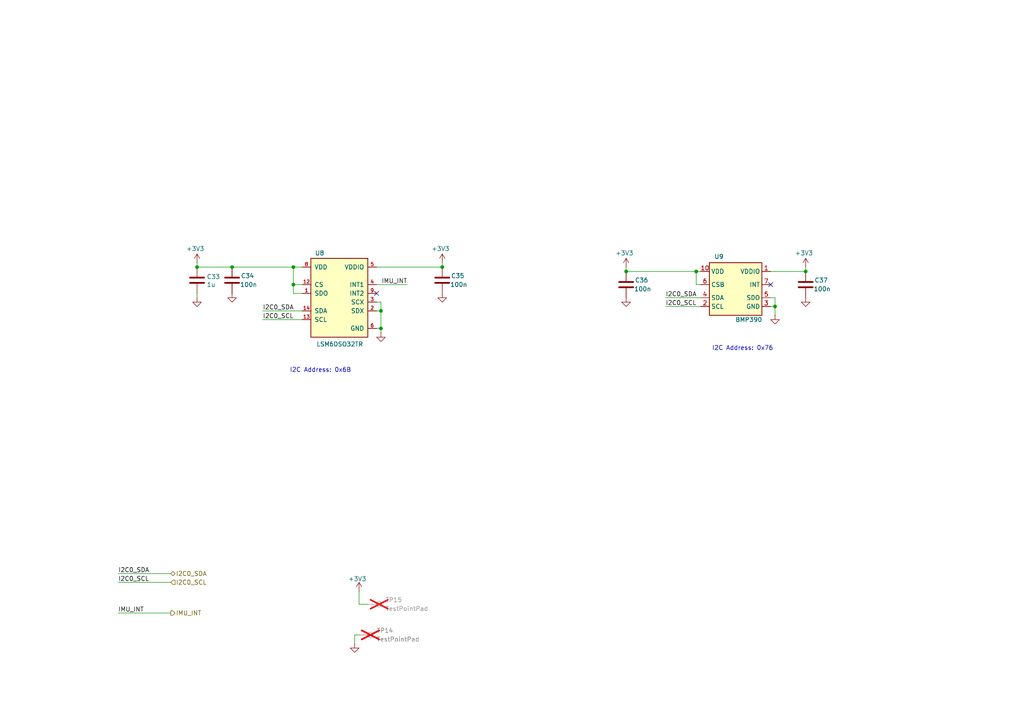
<source format=kicad_sch>
(kicad_sch (version 20250114) (generator "eeschema") (generator_version "9.0")
  (paper "A4")
  (lib_symbols
    (symbol "Device:C" (pin_numbers (hide yes)) (pin_names (offset 0.254))
      (property "Reference" "C" (at 0.635 2.54 0))
      (property "Value" "C" (at 0.635 -2.54 0))
      (symbol "C_0_1"
        (polyline (pts (xy -2.032 0.762) (xy 2.032 0.762)) (stroke (width 0.508)))
        (polyline (pts (xy -2.032 -0.762) (xy 2.032 -0.762)) (stroke (width 0.508)))
      )
      (symbol "C_1_1"
        (pin passive line (at 0 3.81 270) (length 2.794) (name "~") (number "1"))
        (pin passive line (at 0 -3.81 90) (length 2.794) (name "~") (number "2"))
      )
    )
    (symbol "ModLib:+3V3" (power) (pin_numbers (hide yes)) (pin_names (offset 0) (hide yes))
      (property "Value" "+3V3" (at -0.508 3.556 0))
      (symbol "+3V3_0_1"
        (polyline (pts (xy -0.762 1.27) (xy 0 2.54)))
        (polyline (pts (xy 0 2.54) (xy 0.762 1.27)))
        (polyline (pts (xy 0 0) (xy 0 2.54)))
      )
      (symbol "+3V3_1_1"
        (pin power_in line (at 0 0 90) (length 0) (name "~") (number "1"))
      )
    )
    (symbol "ModLib:GND" (power) (pin_numbers (hide yes)) (pin_names (offset 0) (hide yes))
      (symbol "GND_0_1"
        (polyline (pts (xy 0 0) (xy 0 -1.27) (xy 1.27 -1.27) (xy 0 -2.54) (xy -1.27 -1.27) (xy 0 -1.27)))
      )
      (symbol "GND_1_1"
        (pin power_in line (at 0 0 270) (length 0) (name "~") (number "1"))
      )
    )
    (symbol "ModWorksSymbols:BMP390"
      (property "Reference" "U" (at -7.112 10.668 0))
      (property "Value" "BMP390" (at -0.762 -7.112 0))
      (symbol "BMP390_1_1"
        (rectangle (start -7.62 8.89) (end 7.62 -6.35) (stroke (width 0.254)) (fill (type background)))
        (pin passive line (at -10.16 6.35 0) (length 2.54) (name "VDD") (number "10"))
        (pin passive line (at -10.16 2.54 0) (length 2.54) (name "CSB") (number "6"))
        (pin passive line (at -10.16 -1.27 0) (length 2.54) (name "SDA") (number "4"))
        (pin passive line (at -10.16 -3.81 0) (length 2.54) (name "SCL") (number "2"))
        (pin passive line (at 10.16 6.35 180) (length 2.54) (name "VDDIO") (number "1"))
        (pin passive line (at 10.16 2.54 180) (length 2.54) (name "INT") (number "7"))
        (pin passive line (at 10.16 -1.27 180) (length 2.54) (name "SDO") (number "5"))
        (pin passive line (at 10.16 -3.81 180) (length 2.54) (name "GND") (number "3"))
        (pin passive line (at 10.16 -3.81 180) (length 2.54) (hide yes) (name "VSS_2") (number "8"))
        (pin passive line (at 10.16 -3.81 180) (length 2.54) (hide yes) (name "VSS_3") (number "9"))
      )
    )
    (symbol "ModWorksSymbols:LSM6DSO32TR" (pin_names (offset 1.016))
      (property "Reference" "U" (at -8.128 12.192 0))
      (property "Value" "LSM6DSO32TR" (at -6.35 -13.97 0))
      (symbol "LSM6DSO32TR_0_0"
        (pin power_in line (at -11.43 8.89 0) (length 2.54) (name "VDD") (number "8"))
        (pin input line (at -11.43 3.81 0) (length 2.54) (name "CS") (number "12"))
        (pin bidirectional line (at -11.43 -3.81 0) (length 2.54) (name "SDA") (number "14"))
        (pin no_connect line (at -11.43 -8.89 0) (length 2.54) (hide yes) (name "NC") (number "10"))
        (pin no_connect line (at -11.43 -8.89 0) (length 2.54) (hide yes) (name "NC__1") (number "11"))
        (pin power_in line (at 10.16 8.89 180) (length 2.54) (name "VDDIO") (number "5"))
        (pin input line (at 10.16 3.81 180) (length 2.54) (name "INT1") (number "4"))
        (pin output line (at 10.16 1.27 180) (length 2.54) (name "INT2") (number "9"))
        (pin passive line (at 10.16 -1.27 180) (length 2.54) (name "SCX") (number "3"))
        (pin passive line (at 10.16 -3.81 180) (length 2.54) (name "SDX") (number "2"))
        (pin power_in line (at 10.16 -8.89 180) (length 2.54) (name "GND") (number "6"))
        (pin power_in line (at 10.16 -8.89 180) (length 2.54) (hide yes) (name "GND__1") (number "7"))
      )
      (symbol "LSM6DSO32TR_1_0"
        (pin bidirectional line (at -11.43 1.27 0) (length 2.54) (name "SDO") (number "1"))
        (pin input line (at -11.43 -6.35 0) (length 2.54) (name "SCL") (number "13"))
      )
      (symbol "LSM6DSO32TR_1_1"
        (rectangle (start -8.89 11.43) (end 7.62 -11.43) (stroke (width 0.25)) (fill (type background)))
      )
    )
    (symbol "ModWorksSymbols:TestPointPad" (pin_numbers (hide yes)) (pin_names (offset 0.762) (hide yes))
      (property "Reference" "TP" (at 0 6.858 0))
      (property "Value" "TestPointPad" (at 0 5.08 0))
      (symbol "TestPointPad_0_1"
        (circle (center 0 3.302) (radius 0.762))
      )
      (symbol "TestPointPad_1_1"
        (pin passive line (at 0 0 90) (length 2.54) (name "1") (number "1"))
      )
    )
  )
  (text "I2C Address: 0x76\n\n" (at 215.392 102.108 0) (effects (font (size 1.27 1.27))))
  (text "I2C Address: 0x6B\n" (at 92.964 107.442 0) (effects (font (size 1.27 1.27))))
  (junction (at 233.68 78.74))
  (junction (at 201.93 78.74))
  (junction (at 110.49 95.25))
  (junction (at 85.09 77.47))
  (junction (at 85.09 82.55))
  (junction (at 181.61 78.74))
  (junction (at 110.49 90.17))
  (junction (at 67.31 77.47))
  (junction (at 224.79 88.9))
  (junction (at 128.27 77.47))
  (junction (at 57.15 77.47))
  (no_connect (at 109.22 85.09))
  (no_connect (at 223.52 82.55))
  (wire (pts (xy 104.14 175.26) (xy 106.68 175.26)))
  (wire (pts (xy 102.87 186.69) (xy 102.87 184.15)))
  (wire (pts (xy 57.15 76.2) (xy 57.15 77.47)))
  (wire (pts (xy 110.49 90.17) (xy 110.49 95.25)))
  (wire (pts (xy 109.22 90.17) (xy 110.49 90.17)))
  (wire (pts (xy 34.29 166.37) (xy 49.53 166.37)))
  (wire (pts (xy 34.29 177.8) (xy 49.53 177.8)))
  (wire (pts (xy 223.52 88.9) (xy 224.79 88.9)))
  (wire (pts (xy 201.93 78.74) (xy 203.2 78.74)))
  (wire (pts (xy 102.87 184.15) (xy 104.14 184.15)))
  (wire (pts (xy 76.2 90.17) (xy 87.63 90.17)))
  (wire (pts (xy 118.11 82.55) (xy 109.22 82.55)))
  (wire (pts (xy 57.15 85.09) (xy 57.15 86.36)))
  (wire (pts (xy 110.49 95.25) (xy 110.49 96.52)))
  (wire (pts (xy 109.22 95.25) (xy 110.49 95.25)))
  (wire (pts (xy 57.15 77.47) (xy 67.31 77.47)))
  (wire (pts (xy 181.61 78.74) (xy 201.93 78.74)))
  (wire (pts (xy 224.79 86.36) (xy 224.79 88.9)))
  (wire (pts (xy 181.61 77.47) (xy 181.61 78.74)))
  (wire (pts (xy 233.68 77.47) (xy 233.68 78.74)))
  (wire (pts (xy 109.22 77.47) (xy 128.27 77.47)))
  (wire (pts (xy 67.31 77.47) (xy 85.09 77.47)))
  (wire (pts (xy 203.2 82.55) (xy 201.93 82.55)))
  (wire (pts (xy 193.04 88.9) (xy 203.2 88.9)))
  (wire (pts (xy 109.22 87.63) (xy 110.49 87.63)))
  (wire (pts (xy 110.49 87.63) (xy 110.49 90.17)))
  (wire (pts (xy 104.14 171.45) (xy 104.14 175.26)))
  (wire (pts (xy 76.2 92.71) (xy 87.63 92.71)))
  (wire (pts (xy 223.52 86.36) (xy 224.79 86.36)))
  (wire (pts (xy 85.09 82.55) (xy 87.63 82.55)))
  (wire (pts (xy 128.27 76.2) (xy 128.27 77.47)))
  (wire (pts (xy 85.09 82.55) (xy 85.09 85.09)))
  (wire (pts (xy 224.79 88.9) (xy 224.79 91.44)))
  (wire (pts (xy 223.52 78.74) (xy 233.68 78.74)))
  (wire (pts (xy 34.29 168.91) (xy 49.53 168.91)))
  (wire (pts (xy 193.04 86.36) (xy 203.2 86.36)))
  (wire (pts (xy 85.09 77.47) (xy 87.63 77.47)))
  (wire (pts (xy 85.09 77.47) (xy 85.09 82.55)))
  (wire (pts (xy 87.63 85.09) (xy 85.09 85.09)))
  (wire (pts (xy 201.93 78.74) (xy 201.93 82.55)))
  (label "I2C0_SDA" (at 193.04 86.36 0))
  (label "I2C0_SCL" (at 193.04 88.9 0))
  (label "I2C0_SDA" (at 34.29 166.37 0))
  (label "I2C0_SDA" (at 76.2 90.17 0))
  (label "I2C0_SCL" (at 76.2 92.71 0))
  (label "IMU_INT" (at 34.29 177.8 0))
  (label "I2C0_SCL" (at 34.29 168.91 0))
  (label "IMU_INT" (at 118.11 82.55 180))
  (hierarchical_label "I2C0_SDA" (shape bidirectional) (at 49.53 166.37 0))
  (hierarchical_label "IMU_INT" (shape output) (at 49.53 177.8 0))
  (hierarchical_label "I2C0_SCL" (shape input) (at 49.53 168.91 0))
  (symbol (lib_id "ModLib:+3V3") (at 104.14 171.45 0) (mirror y) (unit 1)
    (property "Reference" "#PWR080" (effects (hide yes)))
    (property "Value" "+3V3" (at 103.632 167.894 0))
    (property "Description" "Power symbol creates a global label with name \"+3V3\"" (effects (hide yes)))
  )
  (symbol (lib_id "ModLib:+3V3") (at 128.27 76.2 0) (unit 1)
    (property "Reference" "#PWR082" (effects (hide yes)))
    (property "Value" "+3V3" (at 127.762 72.136 0))
    (property "Description" "Power symbol creates a global label with name \"+3V3\"" (effects (hide yes)))
  )
  (symbol (lib_id "ModLib:+3V3") (at 181.61 77.47 0) (unit 1)
    (property "Reference" "#PWR084" (effects (hide yes)))
    (property "Value" "+3V3" (at 181.102 73.406 0))
    (property "Description" "Power symbol creates a global label with name \"+3V3\"" (effects (hide yes)))
  )
  (symbol (lib_id "ModLib:GND") (at 224.79 91.44 0) (unit 1)
    (property "Reference" "#PWR086" (effects (hide yes)))
    (property "Value" "GND" (effects (hide yes)))
    (property "Description" "Power symbol creates a global label with name \"GND\" , ground" (effects (hide yes)))
  )
  (symbol (lib_id "Device:C") (at 57.15 81.28 0) (unit 1)
    (property "Reference" "C33" (at 59.944 80.264 0) (effects (justify left)))
    (property "Value" "1u" (at 59.944 82.55 0) (effects (justify left)))
    (property "Footprint" "ModWorksFootprints:C_0402_1u_MW" (effects (hide yes)))
    (property "Description" "Unpolarized capacitor" (effects (hide yes)))
  )
  (symbol (lib_id "ModLib:GND") (at 67.31 85.09 0) (unit 1)
    (property "Reference" "#PWR078" (effects (hide yes)))
    (property "Value" "GND" (effects (hide yes)))
    (property "Description" "Power symbol creates a global label with name \"GND\" , ground" (effects (hide yes)))
  )
  (symbol (lib_id "ModLib:GND") (at 128.27 85.09 0) (unit 1)
    (property "Reference" "#PWR083" (effects (hide yes)))
    (property "Value" "GND" (effects (hide yes)))
    (property "Description" "Power symbol creates a global label with name \"GND\" , ground" (effects (hide yes)))
  )
  (symbol (lib_id "ModLib:GND") (at 233.68 86.36 0) (unit 1)
    (property "Reference" "#PWR088" (effects (hide yes)))
    (property "Value" "GND" (effects (hide yes)))
    (property "Description" "Power symbol creates a global label with name \"GND\" , ground" (effects (hide yes)))
  )
  (symbol (lib_id "Device:C") (at 128.27 81.28 0) (unit 1)
    (property "Reference" "C35" (at 130.81 80.01 0) (effects (justify left)))
    (property "Value" "100n" (at 130.556 82.55 0) (effects (justify left)))
    (property "Footprint" "ModWorksFootprints:C_0402_100n_MW" (effects (hide yes)))
    (property "Description" "Unpolarized capacitor" (effects (hide yes)))
  )
  (symbol (lib_id "ModWorksSymbols:LSM6DSO32TR") (at 99.06 86.36 0) (unit 1)
    (property "Reference" "U8" (at 92.71 73.406 0))
    (property "Value" "LSM6DSO32TR" (at 98.552 99.822 0))
    (property "Footprint" "ModWorksFootprints:LGA-14_3x2.5mm_P0.5mm_MW" (effects (hide yes)))
  )
  (symbol (lib_id "ModWorksSymbols:TestPointPad") (at 106.68 175.26 270) (unit 1) (in_bom no) (dnp yes)
    (property "Reference" "TP15" (at 111.76 173.9899 90) (effects (justify left)))
    (property "Value" "TestPointPad" (at 111.76 176.5299 90) (effects (justify left)))
    (property "Footprint" "ModWorksFootprints:TestPoint_Pad_D0.6mm_MW" (effects (hide yes)))
    (property "Description" "test point" (effects (hide yes)))
  )
  (symbol (lib_id "Device:C") (at 181.61 82.55 0) (unit 1)
    (property "Reference" "C36" (at 184.15 81.28 0) (effects (justify left)))
    (property "Value" "100n" (at 183.896 83.82 0) (effects (justify left)))
    (property "Footprint" "ModWorksFootprints:C_0402_100n_MW" (effects (hide yes)))
    (property "Description" "Unpolarized capacitor" (effects (hide yes)))
  )
  (symbol (lib_id "ModLib:GND") (at 102.87 186.69 0) (unit 1)
    (property "Reference" "#PWR079" (effects (hide yes)))
    (property "Value" "GND" (effects (hide yes)))
    (property "Description" "Power symbol creates a global label with name \"GND\" , ground" (effects (hide yes)))
  )
  (symbol (lib_id "ModLib:GND") (at 181.61 86.36 0) (unit 1)
    (property "Reference" "#PWR085" (effects (hide yes)))
    (property "Value" "GND" (effects (hide yes)))
    (property "Description" "Power symbol creates a global label with name \"GND\" , ground" (effects (hide yes)))
  )
  (symbol (lib_id "ModLib:GND") (at 110.49 96.52 0) (unit 1)
    (property "Reference" "#PWR081" (effects (hide yes)))
    (property "Value" "GND" (effects (hide yes)))
    (property "Description" "Power symbol creates a global label with name \"GND\" , ground" (effects (hide yes)))
  )
  (symbol (lib_id "ModWorksSymbols:BMP390") (at 213.36 85.09 0) (unit 1)
    (property "Reference" "U9" (at 208.534 74.422 0))
    (property "Value" "BMP390" (at 217.17 92.71 0))
    (property "Footprint" "ModWorksFootprints:BMP390" (effects (hide yes)))
    (property "Datasheet" "https://www.bosch-sensortec.com/media/boschsensortec/downloads/datasheets/bst-bmp390-ds002.pdf" (effects (hide yes)))
    (property "Description" "Board Mount Pressure Sensors" (effects (hide yes)))
    (property "Height" "0.8" (effects (hide yes)))
    (property "Mouser Part Number" "262-BMP390" (effects (hide yes)))
    (property "Mouser Price/Stock" "https://www.mouser.co.uk/ProductDetail/Bosch-Sensortec/BMP390?qs=QNEnbhJQKvYQVfvRMgo2YA%3D%3D" (effects (hide yes)))
    (property "Manufacturer_Name" "BOSCH" (effects (hide yes)))
    (property "Manufacturer_Part_Number" "BMP390" (effects (hide yes)))
  )
  (symbol (lib_id "ModLib:GND") (at 57.15 86.36 0) (unit 1)
    (property "Reference" "#PWR077" (effects (hide yes)))
    (property "Value" "GND" (effects (hide yes)))
    (property "Description" "Power symbol creates a global label with name \"GND\" , ground" (effects (hide yes)))
  )
  (symbol (lib_id "ModLib:+3V3") (at 233.68 77.47 0) (unit 1)
    (property "Reference" "#PWR087" (effects (hide yes)))
    (property "Value" "+3V3" (at 233.172 73.406 0))
    (property "Description" "Power symbol creates a global label with name \"+3V3\"" (effects (hide yes)))
  )
  (symbol (lib_id "ModLib:+3V3") (at 57.15 76.2 0) (unit 1)
    (property "Reference" "#PWR076" (effects (hide yes)))
    (property "Value" "+3V3" (at 56.642 72.136 0))
    (property "Description" "Power symbol creates a global label with name \"+3V3\"" (effects (hide yes)))
  )
  (symbol (lib_id "Device:C") (at 67.31 81.28 0) (unit 1)
    (property "Reference" "C34" (at 69.85 80.01 0) (effects (justify left)))
    (property "Value" "100n" (at 69.596 82.55 0) (effects (justify left)))
    (property "Footprint" "ModWorksFootprints:C_0402_100n_MW" (effects (hide yes)))
    (property "Description" "Unpolarized capacitor" (effects (hide yes)))
  )
  (symbol (lib_id "ModWorksSymbols:TestPointPad") (at 104.14 184.15 270) (unit 1) (in_bom no) (dnp yes)
    (property "Reference" "TP14" (at 109.22 182.8799 90) (effects (justify left)))
    (property "Value" "TestPointPad" (at 109.22 185.4199 90) (effects (justify left)))
    (property "Footprint" "ModWorksFootprints:TestPoint_Pad_D0.6mm_MW" (effects (hide yes)))
    (property "Description" "test point" (effects (hide yes)))
  )
  (symbol (lib_id "Device:C") (at 233.68 82.55 0) (unit 1)
    (property "Reference" "C37" (at 236.22 81.28 0) (effects (justify left)))
    (property "Value" "100n" (at 235.966 83.82 0) (effects (justify left)))
    (property "Footprint" "ModWorksFootprints:C_0402_100n_MW" (effects (hide yes)))
    (property "Description" "Unpolarized capacitor" (effects (hide yes)))
  )
)
</source>
